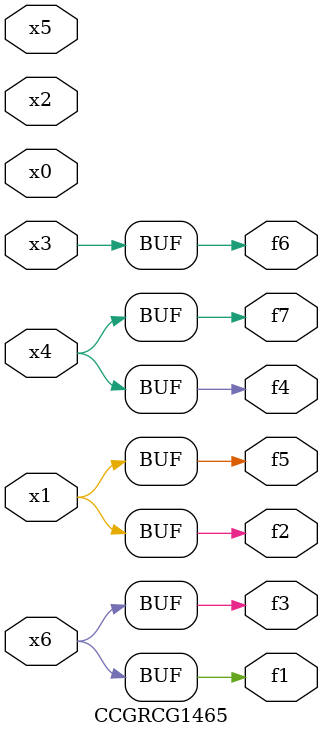
<source format=v>
module CCGRCG1465(
	input x0, x1, x2, x3, x4, x5, x6,
	output f1, f2, f3, f4, f5, f6, f7
);
	assign f1 = x6;
	assign f2 = x1;
	assign f3 = x6;
	assign f4 = x4;
	assign f5 = x1;
	assign f6 = x3;
	assign f7 = x4;
endmodule

</source>
